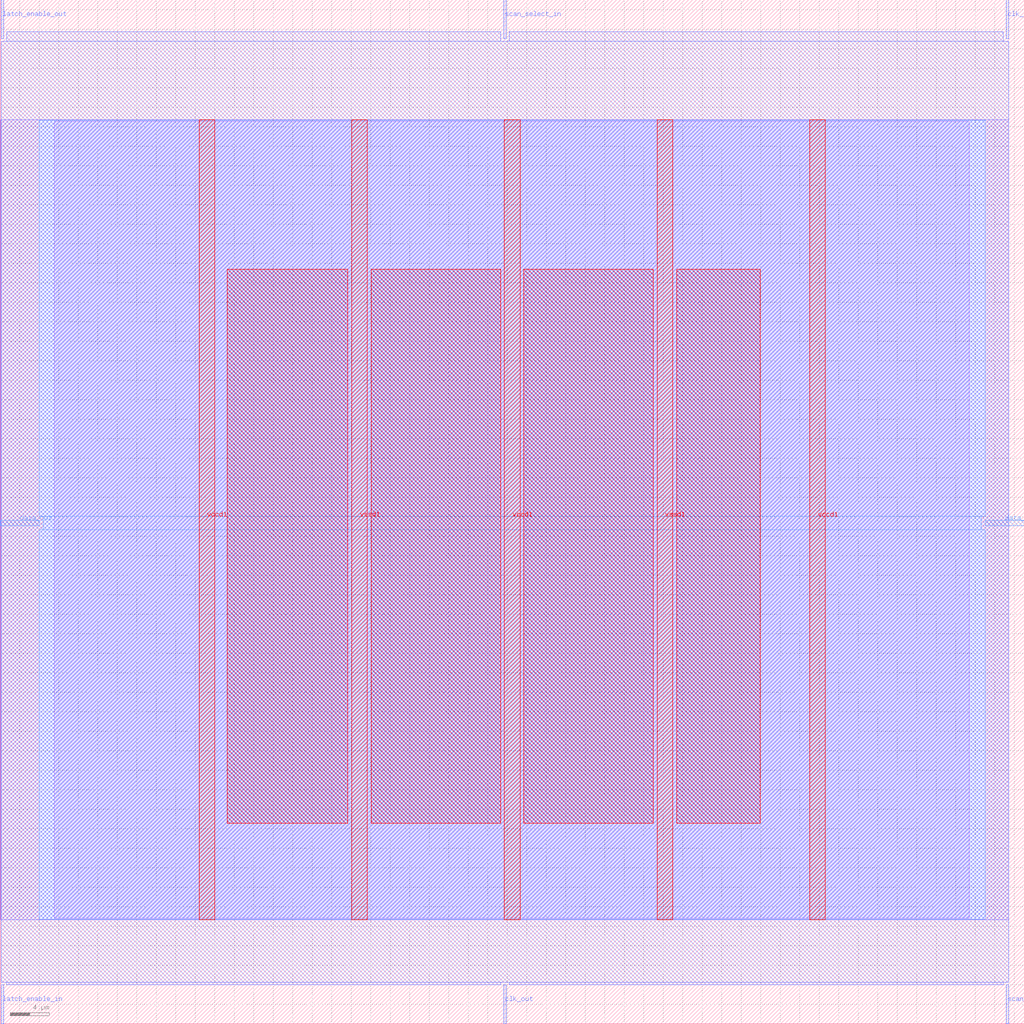
<source format=lef>
VERSION 5.7 ;
  NOWIREEXTENSIONATPIN ON ;
  DIVIDERCHAR "/" ;
  BUSBITCHARS "[]" ;
MACRO scan_wrapper_341450853309219412
  CLASS BLOCK ;
  FOREIGN scan_wrapper_341450853309219412 ;
  ORIGIN 0.000 0.000 ;
  SIZE 105.000 BY 105.000 ;
  PIN clk_in
    DIRECTION INPUT ;
    USE SIGNAL ;
    PORT
      LAYER met2 ;
        RECT 103.130 101.000 103.410 105.000 ;
    END
  END clk_in
  PIN clk_out
    DIRECTION OUTPUT TRISTATE ;
    USE SIGNAL ;
    PORT
      LAYER met2 ;
        RECT 51.610 0.000 51.890 4.000 ;
    END
  END clk_out
  PIN data_in
    DIRECTION INPUT ;
    USE SIGNAL ;
    PORT
      LAYER met3 ;
        RECT 101.000 51.040 105.000 51.640 ;
    END
  END data_in
  PIN data_out
    DIRECTION OUTPUT TRISTATE ;
    USE SIGNAL ;
    PORT
      LAYER met3 ;
        RECT 0.000 51.040 4.000 51.640 ;
    END
  END data_out
  PIN latch_enable_in
    DIRECTION INPUT ;
    USE SIGNAL ;
    PORT
      LAYER met2 ;
        RECT 0.090 0.000 0.370 4.000 ;
    END
  END latch_enable_in
  PIN latch_enable_out
    DIRECTION OUTPUT TRISTATE ;
    USE SIGNAL ;
    PORT
      LAYER met2 ;
        RECT 0.090 101.000 0.370 105.000 ;
    END
  END latch_enable_out
  PIN scan_select_in
    DIRECTION INPUT ;
    USE SIGNAL ;
    PORT
      LAYER met2 ;
        RECT 51.610 101.000 51.890 105.000 ;
    END
  END scan_select_in
  PIN scan_select_out
    DIRECTION OUTPUT TRISTATE ;
    USE SIGNAL ;
    PORT
      LAYER met2 ;
        RECT 103.130 0.000 103.410 4.000 ;
    END
  END scan_select_out
  PIN vccd1
    DIRECTION INPUT ;
    USE POWER ;
    PORT
      LAYER met4 ;
        RECT 20.380 10.640 21.980 92.720 ;
    END
    PORT
      LAYER met4 ;
        RECT 51.700 10.640 53.300 92.720 ;
    END
    PORT
      LAYER met4 ;
        RECT 83.020 10.640 84.620 92.720 ;
    END
  END vccd1
  PIN vssd1
    DIRECTION INPUT ;
    USE GROUND ;
    PORT
      LAYER met4 ;
        RECT 36.040 10.640 37.640 92.720 ;
    END
    PORT
      LAYER met4 ;
        RECT 67.360 10.640 68.960 92.720 ;
    END
  END vssd1
  OBS
      LAYER li1 ;
        RECT 5.520 10.795 99.360 92.565 ;
      LAYER met1 ;
        RECT 0.070 10.640 103.430 92.720 ;
      LAYER met2 ;
        RECT 0.650 100.720 51.330 101.730 ;
        RECT 52.170 100.720 102.850 101.730 ;
        RECT 0.100 4.280 103.400 100.720 ;
        RECT 0.650 4.000 51.330 4.280 ;
        RECT 52.170 4.000 102.850 4.280 ;
      LAYER met3 ;
        RECT 4.000 52.040 101.000 92.645 ;
        RECT 4.400 50.640 100.600 52.040 ;
        RECT 4.000 10.715 101.000 50.640 ;
      LAYER met4 ;
        RECT 23.295 20.575 35.640 77.345 ;
        RECT 38.040 20.575 51.300 77.345 ;
        RECT 53.700 20.575 66.960 77.345 ;
        RECT 69.360 20.575 77.905 77.345 ;
  END
END scan_wrapper_341450853309219412
END LIBRARY


</source>
